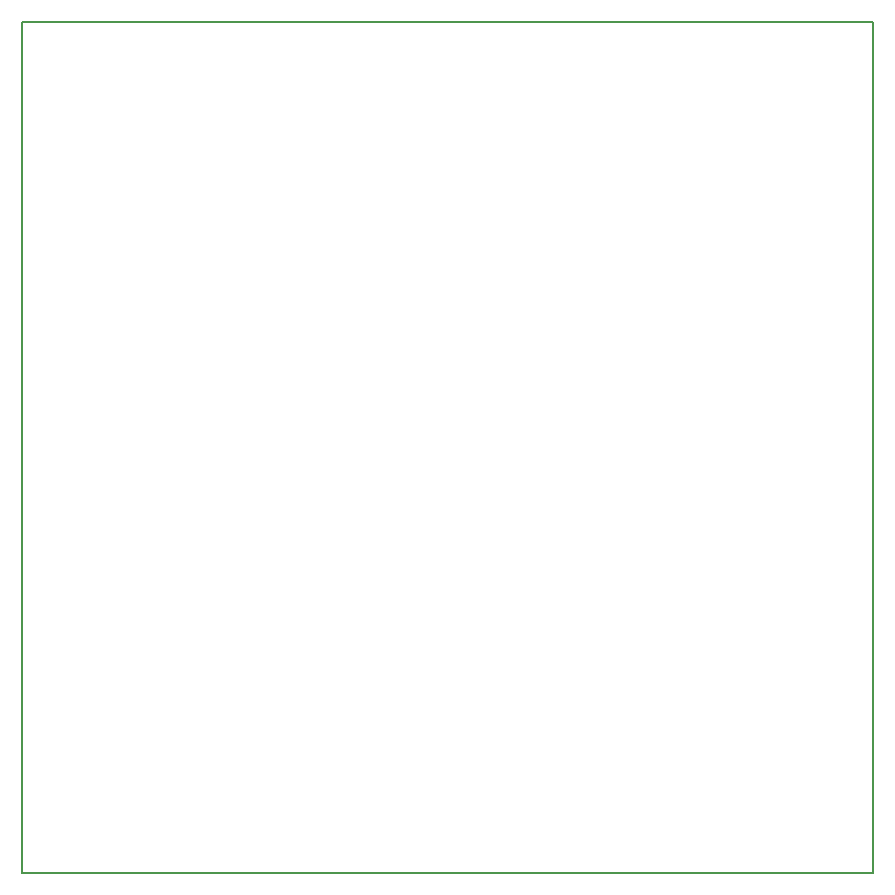
<source format=gbr>
G04 #@! TF.FileFunction,Profile,NP*
%FSLAX46Y46*%
G04 Gerber Fmt 4.6, Leading zero omitted, Abs format (unit mm)*
G04 Created by KiCad (PCBNEW (2015-01-16 BZR 5376)-product) date 11/18/2015 9:54:19 PM*
%MOMM*%
G01*
G04 APERTURE LIST*
%ADD10C,0.100000*%
%ADD11C,0.150000*%
G04 APERTURE END LIST*
D10*
D11*
X72000000Y0D02*
X0Y0D01*
X72000000Y72000000D02*
X72000000Y0D01*
X0Y72000000D02*
X72000000Y72000000D01*
X0Y0D02*
X0Y72000000D01*
M02*

</source>
